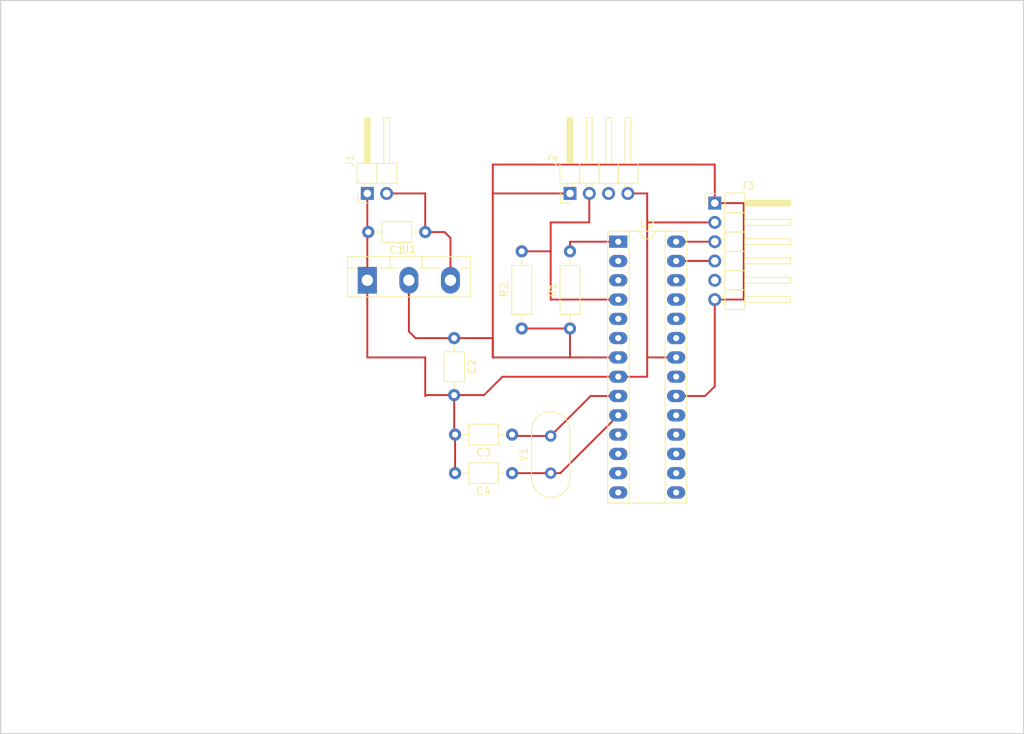
<source format=kicad_pcb>
(kicad_pcb (version 4) (host pcbnew 4.0.6)

  (general
    (links 28)
    (no_connects 0)
    (area 82.474999 38.024999 217.245001 134.695001)
    (thickness 1.6)
    (drawings 5)
    (tracks 66)
    (zones 0)
    (modules 12)
    (nets 30)
  )

  (page A4)
  (layers
    (0 F.Cu signal)
    (31 B.Cu signal)
    (32 B.Adhes user)
    (33 F.Adhes user)
    (34 B.Paste user)
    (35 F.Paste user)
    (36 B.SilkS user)
    (37 F.SilkS user)
    (38 B.Mask user)
    (39 F.Mask user)
    (40 Dwgs.User user)
    (41 Cmts.User user)
    (42 Eco1.User user)
    (43 Eco2.User user)
    (44 Edge.Cuts user)
    (45 Margin user)
    (46 B.CrtYd user)
    (47 F.CrtYd user)
    (48 B.Fab user)
    (49 F.Fab user)
  )

  (setup
    (last_trace_width 0.25)
    (trace_clearance 0.2)
    (zone_clearance 0.508)
    (zone_45_only no)
    (trace_min 0.2)
    (segment_width 0.2)
    (edge_width 0.15)
    (via_size 0.6)
    (via_drill 0.4)
    (via_min_size 0.4)
    (via_min_drill 0.3)
    (uvia_size 0.3)
    (uvia_drill 0.1)
    (uvias_allowed no)
    (uvia_min_size 0.2)
    (uvia_min_drill 0.1)
    (pcb_text_width 0.3)
    (pcb_text_size 1.5 1.5)
    (mod_edge_width 0.15)
    (mod_text_size 1 1)
    (mod_text_width 0.15)
    (pad_size 1.524 1.524)
    (pad_drill 0.762)
    (pad_to_mask_clearance 0.2)
    (aux_axis_origin 0 0)
    (visible_elements 7FFFFFFF)
    (pcbplotparams
      (layerselection 0x00030_80000001)
      (usegerberextensions false)
      (excludeedgelayer true)
      (linewidth 0.100000)
      (plotframeref false)
      (viasonmask false)
      (mode 1)
      (useauxorigin false)
      (hpglpennumber 1)
      (hpglpenspeed 20)
      (hpglpendiameter 15)
      (hpglpenoverlay 2)
      (psnegative false)
      (psa4output false)
      (plotreference true)
      (plotvalue true)
      (plotinvisibletext false)
      (padsonsilk false)
      (subtractmaskfromsilk false)
      (outputformat 1)
      (mirror false)
      (drillshape 1)
      (scaleselection 1)
      (outputdirectory ""))
  )

  (net 0 "")
  (net 1 "Net-(C1-Pad1)")
  (net 2 "Net-(C1-Pad2)")
  (net 3 "Net-(C2-Pad1)")
  (net 4 "Net-(C3-Pad1)")
  (net 5 "Net-(C4-Pad1)")
  (net 6 "Net-(J2-Pad2)")
  (net 7 "Net-(J2-Pad3)")
  (net 8 "Net-(J3-Pad3)")
  (net 9 "Net-(J3-Pad4)")
  (net 10 "Net-(J3-Pad5)")
  (net 11 "Net-(U2-Pad15)")
  (net 12 "Net-(U2-Pad2)")
  (net 13 "Net-(U2-Pad16)")
  (net 14 "Net-(U2-Pad3)")
  (net 15 "Net-(U2-Pad5)")
  (net 16 "Net-(U2-Pad6)")
  (net 17 "Net-(U2-Pad21)")
  (net 18 "Net-(U2-Pad23)")
  (net 19 "Net-(U2-Pad24)")
  (net 20 "Net-(U2-Pad11)")
  (net 21 "Net-(U2-Pad25)")
  (net 22 "Net-(U2-Pad12)")
  (net 23 "Net-(U2-Pad26)")
  (net 24 "Net-(U2-Pad13)")
  (net 25 "Net-(U2-Pad14)")
  (net 26 "Net-(R1-Pad2)")
  (net 27 "Net-(U2-Pad17)")
  (net 28 "Net-(U2-Pad18)")
  (net 29 "Net-(U2-Pad19)")

  (net_class Default "To jest domyślna klasa połączeń."
    (clearance 0.2)
    (trace_width 0.25)
    (via_dia 0.6)
    (via_drill 0.4)
    (uvia_dia 0.3)
    (uvia_drill 0.1)
    (add_net "Net-(C1-Pad1)")
    (add_net "Net-(C1-Pad2)")
    (add_net "Net-(C2-Pad1)")
    (add_net "Net-(C3-Pad1)")
    (add_net "Net-(C4-Pad1)")
    (add_net "Net-(J2-Pad2)")
    (add_net "Net-(J2-Pad3)")
    (add_net "Net-(J3-Pad3)")
    (add_net "Net-(J3-Pad4)")
    (add_net "Net-(J3-Pad5)")
    (add_net "Net-(R1-Pad2)")
    (add_net "Net-(U2-Pad11)")
    (add_net "Net-(U2-Pad12)")
    (add_net "Net-(U2-Pad13)")
    (add_net "Net-(U2-Pad14)")
    (add_net "Net-(U2-Pad15)")
    (add_net "Net-(U2-Pad16)")
    (add_net "Net-(U2-Pad17)")
    (add_net "Net-(U2-Pad18)")
    (add_net "Net-(U2-Pad19)")
    (add_net "Net-(U2-Pad2)")
    (add_net "Net-(U2-Pad21)")
    (add_net "Net-(U2-Pad23)")
    (add_net "Net-(U2-Pad24)")
    (add_net "Net-(U2-Pad25)")
    (add_net "Net-(U2-Pad26)")
    (add_net "Net-(U2-Pad3)")
    (add_net "Net-(U2-Pad5)")
    (add_net "Net-(U2-Pad6)")
  )

  (module Capacitors_THT:C_Axial_L3.8mm_D2.6mm_P7.50mm_Horizontal placed (layer F.Cu) (tedit 5920C254) (tstamp 5927FC7D)
    (at 138.43 68.58 180)
    (descr "C, Axial series, Axial, Horizontal, pin pitch=7.5mm, , length*diameter=3.8*2.6mm^2, http://www.vishay.com/docs/45231/arseries.pdf")
    (tags "C Axial series Axial Horizontal pin pitch 7.5mm  length 3.8mm diameter 2.6mm")
    (path /5927F265)
    (fp_text reference C1 (at 3.75 -2.36 180) (layer F.SilkS)
      (effects (font (size 1 1) (thickness 0.15)))
    )
    (fp_text value 100nF (at 3.75 2.36 180) (layer F.Fab)
      (effects (font (size 1 1) (thickness 0.15)))
    )
    (fp_text user %R (at 3.75 0 180) (layer F.Fab)
      (effects (font (size 1 1) (thickness 0.15)))
    )
    (fp_line (start 1.85 -1.3) (end 1.85 1.3) (layer F.Fab) (width 0.1))
    (fp_line (start 1.85 1.3) (end 5.65 1.3) (layer F.Fab) (width 0.1))
    (fp_line (start 5.65 1.3) (end 5.65 -1.3) (layer F.Fab) (width 0.1))
    (fp_line (start 5.65 -1.3) (end 1.85 -1.3) (layer F.Fab) (width 0.1))
    (fp_line (start 0 0) (end 1.85 0) (layer F.Fab) (width 0.1))
    (fp_line (start 7.5 0) (end 5.65 0) (layer F.Fab) (width 0.1))
    (fp_line (start 1.79 -1.36) (end 1.79 1.36) (layer F.SilkS) (width 0.12))
    (fp_line (start 1.79 1.36) (end 5.71 1.36) (layer F.SilkS) (width 0.12))
    (fp_line (start 5.71 1.36) (end 5.71 -1.36) (layer F.SilkS) (width 0.12))
    (fp_line (start 5.71 -1.36) (end 1.79 -1.36) (layer F.SilkS) (width 0.12))
    (fp_line (start 0.98 0) (end 1.79 0) (layer F.SilkS) (width 0.12))
    (fp_line (start 6.52 0) (end 5.71 0) (layer F.SilkS) (width 0.12))
    (fp_line (start -1.05 -1.65) (end -1.05 1.65) (layer F.CrtYd) (width 0.05))
    (fp_line (start -1.05 1.65) (end 8.55 1.65) (layer F.CrtYd) (width 0.05))
    (fp_line (start 8.55 1.65) (end 8.55 -1.65) (layer F.CrtYd) (width 0.05))
    (fp_line (start 8.55 -1.65) (end -1.05 -1.65) (layer F.CrtYd) (width 0.05))
    (pad 1 thru_hole circle (at 0 0 180) (size 1.6 1.6) (drill 0.8) (layers *.Cu *.Mask)
      (net 1 "Net-(C1-Pad1)"))
    (pad 2 thru_hole oval (at 7.5 0 180) (size 1.6 1.6) (drill 0.8) (layers *.Cu *.Mask)
      (net 2 "Net-(C1-Pad2)"))
    (model ${KISYS3DMOD}/Capacitors_THT.3dshapes/C_Axial_L3.8mm_D2.6mm_P7.50mm_Horizontal.wrl
      (at (xyz 0 0 0))
      (scale (xyz 0.393701 0.393701 0.393701))
      (rotate (xyz 0 0 0))
    )
  )

  (module Capacitors_THT:C_Axial_L3.8mm_D2.6mm_P7.50mm_Horizontal placed (layer F.Cu) (tedit 5920C254) (tstamp 5927FC94)
    (at 142.24 82.55 270)
    (descr "C, Axial series, Axial, Horizontal, pin pitch=7.5mm, , length*diameter=3.8*2.6mm^2, http://www.vishay.com/docs/45231/arseries.pdf")
    (tags "C Axial series Axial Horizontal pin pitch 7.5mm  length 3.8mm diameter 2.6mm")
    (path /5927F2BE)
    (fp_text reference C2 (at 3.75 -2.36 270) (layer F.SilkS)
      (effects (font (size 1 1) (thickness 0.15)))
    )
    (fp_text value 10uF (at 3.75 2.36 270) (layer F.Fab)
      (effects (font (size 1 1) (thickness 0.15)))
    )
    (fp_text user %R (at 3.75 0 270) (layer F.Fab)
      (effects (font (size 1 1) (thickness 0.15)))
    )
    (fp_line (start 1.85 -1.3) (end 1.85 1.3) (layer F.Fab) (width 0.1))
    (fp_line (start 1.85 1.3) (end 5.65 1.3) (layer F.Fab) (width 0.1))
    (fp_line (start 5.65 1.3) (end 5.65 -1.3) (layer F.Fab) (width 0.1))
    (fp_line (start 5.65 -1.3) (end 1.85 -1.3) (layer F.Fab) (width 0.1))
    (fp_line (start 0 0) (end 1.85 0) (layer F.Fab) (width 0.1))
    (fp_line (start 7.5 0) (end 5.65 0) (layer F.Fab) (width 0.1))
    (fp_line (start 1.79 -1.36) (end 1.79 1.36) (layer F.SilkS) (width 0.12))
    (fp_line (start 1.79 1.36) (end 5.71 1.36) (layer F.SilkS) (width 0.12))
    (fp_line (start 5.71 1.36) (end 5.71 -1.36) (layer F.SilkS) (width 0.12))
    (fp_line (start 5.71 -1.36) (end 1.79 -1.36) (layer F.SilkS) (width 0.12))
    (fp_line (start 0.98 0) (end 1.79 0) (layer F.SilkS) (width 0.12))
    (fp_line (start 6.52 0) (end 5.71 0) (layer F.SilkS) (width 0.12))
    (fp_line (start -1.05 -1.65) (end -1.05 1.65) (layer F.CrtYd) (width 0.05))
    (fp_line (start -1.05 1.65) (end 8.55 1.65) (layer F.CrtYd) (width 0.05))
    (fp_line (start 8.55 1.65) (end 8.55 -1.65) (layer F.CrtYd) (width 0.05))
    (fp_line (start 8.55 -1.65) (end -1.05 -1.65) (layer F.CrtYd) (width 0.05))
    (pad 1 thru_hole circle (at 0 0 270) (size 1.6 1.6) (drill 0.8) (layers *.Cu *.Mask)
      (net 3 "Net-(C2-Pad1)"))
    (pad 2 thru_hole oval (at 7.5 0 270) (size 1.6 1.6) (drill 0.8) (layers *.Cu *.Mask)
      (net 2 "Net-(C1-Pad2)"))
    (model ${KISYS3DMOD}/Capacitors_THT.3dshapes/C_Axial_L3.8mm_D2.6mm_P7.50mm_Horizontal.wrl
      (at (xyz 0 0 0))
      (scale (xyz 0.393701 0.393701 0.393701))
      (rotate (xyz 0 0 0))
    )
  )

  (module Capacitors_THT:C_Axial_L3.8mm_D2.6mm_P7.50mm_Horizontal locked placed (layer F.Cu) (tedit 5920C254) (tstamp 5927FCAB)
    (at 149.86 95.25 180)
    (descr "C, Axial series, Axial, Horizontal, pin pitch=7.5mm, , length*diameter=3.8*2.6mm^2, http://www.vishay.com/docs/45231/arseries.pdf")
    (tags "C Axial series Axial Horizontal pin pitch 7.5mm  length 3.8mm diameter 2.6mm")
    (path /5927FE02)
    (fp_text reference C3 (at 3.75 -2.36 180) (layer F.SilkS)
      (effects (font (size 1 1) (thickness 0.15)))
    )
    (fp_text value 10nF (at 3.75 2.36 180) (layer F.Fab)
      (effects (font (size 1 1) (thickness 0.15)))
    )
    (fp_text user %R (at 3.75 0 180) (layer F.Fab)
      (effects (font (size 1 1) (thickness 0.15)))
    )
    (fp_line (start 1.85 -1.3) (end 1.85 1.3) (layer F.Fab) (width 0.1))
    (fp_line (start 1.85 1.3) (end 5.65 1.3) (layer F.Fab) (width 0.1))
    (fp_line (start 5.65 1.3) (end 5.65 -1.3) (layer F.Fab) (width 0.1))
    (fp_line (start 5.65 -1.3) (end 1.85 -1.3) (layer F.Fab) (width 0.1))
    (fp_line (start 0 0) (end 1.85 0) (layer F.Fab) (width 0.1))
    (fp_line (start 7.5 0) (end 5.65 0) (layer F.Fab) (width 0.1))
    (fp_line (start 1.79 -1.36) (end 1.79 1.36) (layer F.SilkS) (width 0.12))
    (fp_line (start 1.79 1.36) (end 5.71 1.36) (layer F.SilkS) (width 0.12))
    (fp_line (start 5.71 1.36) (end 5.71 -1.36) (layer F.SilkS) (width 0.12))
    (fp_line (start 5.71 -1.36) (end 1.79 -1.36) (layer F.SilkS) (width 0.12))
    (fp_line (start 0.98 0) (end 1.79 0) (layer F.SilkS) (width 0.12))
    (fp_line (start 6.52 0) (end 5.71 0) (layer F.SilkS) (width 0.12))
    (fp_line (start -1.05 -1.65) (end -1.05 1.65) (layer F.CrtYd) (width 0.05))
    (fp_line (start -1.05 1.65) (end 8.55 1.65) (layer F.CrtYd) (width 0.05))
    (fp_line (start 8.55 1.65) (end 8.55 -1.65) (layer F.CrtYd) (width 0.05))
    (fp_line (start 8.55 -1.65) (end -1.05 -1.65) (layer F.CrtYd) (width 0.05))
    (pad 1 thru_hole circle (at 0 0 180) (size 1.6 1.6) (drill 0.8) (layers *.Cu *.Mask)
      (net 4 "Net-(C3-Pad1)"))
    (pad 2 thru_hole oval (at 7.5 0 180) (size 1.6 1.6) (drill 0.8) (layers *.Cu *.Mask)
      (net 2 "Net-(C1-Pad2)"))
    (model ${KISYS3DMOD}/Capacitors_THT.3dshapes/C_Axial_L3.8mm_D2.6mm_P7.50mm_Horizontal.wrl
      (at (xyz 0 0 0))
      (scale (xyz 0.393701 0.393701 0.393701))
      (rotate (xyz 0 0 0))
    )
  )

  (module Capacitors_THT:C_Axial_L3.8mm_D2.6mm_P7.50mm_Horizontal locked placed (layer F.Cu) (tedit 5920C254) (tstamp 5927FCC2)
    (at 149.86 100.33 180)
    (descr "C, Axial series, Axial, Horizontal, pin pitch=7.5mm, , length*diameter=3.8*2.6mm^2, http://www.vishay.com/docs/45231/arseries.pdf")
    (tags "C Axial series Axial Horizontal pin pitch 7.5mm  length 3.8mm diameter 2.6mm")
    (path /5927FE51)
    (fp_text reference C4 (at 3.75 -2.36 180) (layer F.SilkS)
      (effects (font (size 1 1) (thickness 0.15)))
    )
    (fp_text value 10nF (at 3.75 2.36 180) (layer F.Fab)
      (effects (font (size 1 1) (thickness 0.15)))
    )
    (fp_text user %R (at 3.75 0 180) (layer F.Fab)
      (effects (font (size 1 1) (thickness 0.15)))
    )
    (fp_line (start 1.85 -1.3) (end 1.85 1.3) (layer F.Fab) (width 0.1))
    (fp_line (start 1.85 1.3) (end 5.65 1.3) (layer F.Fab) (width 0.1))
    (fp_line (start 5.65 1.3) (end 5.65 -1.3) (layer F.Fab) (width 0.1))
    (fp_line (start 5.65 -1.3) (end 1.85 -1.3) (layer F.Fab) (width 0.1))
    (fp_line (start 0 0) (end 1.85 0) (layer F.Fab) (width 0.1))
    (fp_line (start 7.5 0) (end 5.65 0) (layer F.Fab) (width 0.1))
    (fp_line (start 1.79 -1.36) (end 1.79 1.36) (layer F.SilkS) (width 0.12))
    (fp_line (start 1.79 1.36) (end 5.71 1.36) (layer F.SilkS) (width 0.12))
    (fp_line (start 5.71 1.36) (end 5.71 -1.36) (layer F.SilkS) (width 0.12))
    (fp_line (start 5.71 -1.36) (end 1.79 -1.36) (layer F.SilkS) (width 0.12))
    (fp_line (start 0.98 0) (end 1.79 0) (layer F.SilkS) (width 0.12))
    (fp_line (start 6.52 0) (end 5.71 0) (layer F.SilkS) (width 0.12))
    (fp_line (start -1.05 -1.65) (end -1.05 1.65) (layer F.CrtYd) (width 0.05))
    (fp_line (start -1.05 1.65) (end 8.55 1.65) (layer F.CrtYd) (width 0.05))
    (fp_line (start 8.55 1.65) (end 8.55 -1.65) (layer F.CrtYd) (width 0.05))
    (fp_line (start 8.55 -1.65) (end -1.05 -1.65) (layer F.CrtYd) (width 0.05))
    (pad 1 thru_hole circle (at 0 0 180) (size 1.6 1.6) (drill 0.8) (layers *.Cu *.Mask)
      (net 5 "Net-(C4-Pad1)"))
    (pad 2 thru_hole oval (at 7.5 0 180) (size 1.6 1.6) (drill 0.8) (layers *.Cu *.Mask)
      (net 2 "Net-(C1-Pad2)"))
    (model ${KISYS3DMOD}/Capacitors_THT.3dshapes/C_Axial_L3.8mm_D2.6mm_P7.50mm_Horizontal.wrl
      (at (xyz 0 0 0))
      (scale (xyz 0.393701 0.393701 0.393701))
      (rotate (xyz 0 0 0))
    )
  )

  (module Pin_Headers:Pin_Header_Angled_1x02_Pitch2.54mm placed (layer F.Cu) (tedit 58CD4EC1) (tstamp 5927FCF9)
    (at 130.81 63.5 90)
    (descr "Through hole angled pin header, 1x02, 2.54mm pitch, 6mm pin length, single row")
    (tags "Through hole angled pin header THT 1x02 2.54mm single row")
    (path /5927ECBD)
    (fp_text reference J1 (at 4.315 -2.27 90) (layer F.SilkS)
      (effects (font (size 1 1) (thickness 0.15)))
    )
    (fp_text value "Zlacze baterii" (at 4.315 4.81 90) (layer F.Fab)
      (effects (font (size 1 1) (thickness 0.15)))
    )
    (fp_line (start 1.4 -1.27) (end 1.4 1.27) (layer F.Fab) (width 0.1))
    (fp_line (start 1.4 1.27) (end 3.9 1.27) (layer F.Fab) (width 0.1))
    (fp_line (start 3.9 1.27) (end 3.9 -1.27) (layer F.Fab) (width 0.1))
    (fp_line (start 3.9 -1.27) (end 1.4 -1.27) (layer F.Fab) (width 0.1))
    (fp_line (start 0 -0.32) (end 0 0.32) (layer F.Fab) (width 0.1))
    (fp_line (start 0 0.32) (end 9.9 0.32) (layer F.Fab) (width 0.1))
    (fp_line (start 9.9 0.32) (end 9.9 -0.32) (layer F.Fab) (width 0.1))
    (fp_line (start 9.9 -0.32) (end 0 -0.32) (layer F.Fab) (width 0.1))
    (fp_line (start 1.4 1.27) (end 1.4 3.81) (layer F.Fab) (width 0.1))
    (fp_line (start 1.4 3.81) (end 3.9 3.81) (layer F.Fab) (width 0.1))
    (fp_line (start 3.9 3.81) (end 3.9 1.27) (layer F.Fab) (width 0.1))
    (fp_line (start 3.9 1.27) (end 1.4 1.27) (layer F.Fab) (width 0.1))
    (fp_line (start 0 2.22) (end 0 2.86) (layer F.Fab) (width 0.1))
    (fp_line (start 0 2.86) (end 9.9 2.86) (layer F.Fab) (width 0.1))
    (fp_line (start 9.9 2.86) (end 9.9 2.22) (layer F.Fab) (width 0.1))
    (fp_line (start 9.9 2.22) (end 0 2.22) (layer F.Fab) (width 0.1))
    (fp_line (start 1.34 -1.33) (end 1.34 1.27) (layer F.SilkS) (width 0.12))
    (fp_line (start 1.34 1.27) (end 3.96 1.27) (layer F.SilkS) (width 0.12))
    (fp_line (start 3.96 1.27) (end 3.96 -1.33) (layer F.SilkS) (width 0.12))
    (fp_line (start 3.96 -1.33) (end 1.34 -1.33) (layer F.SilkS) (width 0.12))
    (fp_line (start 3.96 -0.38) (end 3.96 0.38) (layer F.SilkS) (width 0.12))
    (fp_line (start 3.96 0.38) (end 9.96 0.38) (layer F.SilkS) (width 0.12))
    (fp_line (start 9.96 0.38) (end 9.96 -0.38) (layer F.SilkS) (width 0.12))
    (fp_line (start 9.96 -0.38) (end 3.96 -0.38) (layer F.SilkS) (width 0.12))
    (fp_line (start 0.91 -0.38) (end 1.34 -0.38) (layer F.SilkS) (width 0.12))
    (fp_line (start 0.91 0.38) (end 1.34 0.38) (layer F.SilkS) (width 0.12))
    (fp_line (start 3.96 -0.26) (end 9.96 -0.26) (layer F.SilkS) (width 0.12))
    (fp_line (start 3.96 -0.14) (end 9.96 -0.14) (layer F.SilkS) (width 0.12))
    (fp_line (start 3.96 -0.02) (end 9.96 -0.02) (layer F.SilkS) (width 0.12))
    (fp_line (start 3.96 0.1) (end 9.96 0.1) (layer F.SilkS) (width 0.12))
    (fp_line (start 3.96 0.22) (end 9.96 0.22) (layer F.SilkS) (width 0.12))
    (fp_line (start 3.96 0.34) (end 9.96 0.34) (layer F.SilkS) (width 0.12))
    (fp_line (start 1.34 1.27) (end 1.34 3.87) (layer F.SilkS) (width 0.12))
    (fp_line (start 1.34 3.87) (end 3.96 3.87) (layer F.SilkS) (width 0.12))
    (fp_line (start 3.96 3.87) (end 3.96 1.27) (layer F.SilkS) (width 0.12))
    (fp_line (start 3.96 1.27) (end 1.34 1.27) (layer F.SilkS) (width 0.12))
    (fp_line (start 3.96 2.16) (end 3.96 2.92) (layer F.SilkS) (width 0.12))
    (fp_line (start 3.96 2.92) (end 9.96 2.92) (layer F.SilkS) (width 0.12))
    (fp_line (start 9.96 2.92) (end 9.96 2.16) (layer F.SilkS) (width 0.12))
    (fp_line (start 9.96 2.16) (end 3.96 2.16) (layer F.SilkS) (width 0.12))
    (fp_line (start 0.91 2.16) (end 1.34 2.16) (layer F.SilkS) (width 0.12))
    (fp_line (start 0.91 2.92) (end 1.34 2.92) (layer F.SilkS) (width 0.12))
    (fp_line (start -1.27 0) (end -1.27 -1.27) (layer F.SilkS) (width 0.12))
    (fp_line (start -1.27 -1.27) (end 0 -1.27) (layer F.SilkS) (width 0.12))
    (fp_line (start -1.8 -1.8) (end -1.8 4.35) (layer F.CrtYd) (width 0.05))
    (fp_line (start -1.8 4.35) (end 10.4 4.35) (layer F.CrtYd) (width 0.05))
    (fp_line (start 10.4 4.35) (end 10.4 -1.8) (layer F.CrtYd) (width 0.05))
    (fp_line (start 10.4 -1.8) (end -1.8 -1.8) (layer F.CrtYd) (width 0.05))
    (fp_text user %R (at 4.315 -2.27 90) (layer F.Fab)
      (effects (font (size 1 1) (thickness 0.15)))
    )
    (pad 1 thru_hole rect (at 0 0 90) (size 1.7 1.7) (drill 1) (layers *.Cu *.Mask)
      (net 2 "Net-(C1-Pad2)"))
    (pad 2 thru_hole oval (at 0 2.54 90) (size 1.7 1.7) (drill 1) (layers *.Cu *.Mask)
      (net 1 "Net-(C1-Pad1)"))
    (model ${KISYS3DMOD}/Pin_Headers.3dshapes/Pin_Header_Angled_1x02_Pitch2.54mm.wrl
      (at (xyz 0 -0.05 0))
      (scale (xyz 1 1 1))
      (rotate (xyz 0 0 90))
    )
  )

  (module Pin_Headers:Pin_Header_Angled_1x04_Pitch2.54mm placed (layer F.Cu) (tedit 58CD4EC1) (tstamp 5927FD56)
    (at 157.48 63.5 90)
    (descr "Through hole angled pin header, 1x04, 2.54mm pitch, 6mm pin length, single row")
    (tags "Through hole angled pin header THT 1x04 2.54mm single row")
    (path /59280AC2)
    (fp_text reference J2 (at 4.315 -2.27 90) (layer F.SilkS)
      (effects (font (size 1 1) (thickness 0.15)))
    )
    (fp_text value DHT11 (at 4.315 9.89 90) (layer F.Fab)
      (effects (font (size 1 1) (thickness 0.15)))
    )
    (fp_line (start 1.4 -1.27) (end 1.4 1.27) (layer F.Fab) (width 0.1))
    (fp_line (start 1.4 1.27) (end 3.9 1.27) (layer F.Fab) (width 0.1))
    (fp_line (start 3.9 1.27) (end 3.9 -1.27) (layer F.Fab) (width 0.1))
    (fp_line (start 3.9 -1.27) (end 1.4 -1.27) (layer F.Fab) (width 0.1))
    (fp_line (start 0 -0.32) (end 0 0.32) (layer F.Fab) (width 0.1))
    (fp_line (start 0 0.32) (end 9.9 0.32) (layer F.Fab) (width 0.1))
    (fp_line (start 9.9 0.32) (end 9.9 -0.32) (layer F.Fab) (width 0.1))
    (fp_line (start 9.9 -0.32) (end 0 -0.32) (layer F.Fab) (width 0.1))
    (fp_line (start 1.4 1.27) (end 1.4 3.81) (layer F.Fab) (width 0.1))
    (fp_line (start 1.4 3.81) (end 3.9 3.81) (layer F.Fab) (width 0.1))
    (fp_line (start 3.9 3.81) (end 3.9 1.27) (layer F.Fab) (width 0.1))
    (fp_line (start 3.9 1.27) (end 1.4 1.27) (layer F.Fab) (width 0.1))
    (fp_line (start 0 2.22) (end 0 2.86) (layer F.Fab) (width 0.1))
    (fp_line (start 0 2.86) (end 9.9 2.86) (layer F.Fab) (width 0.1))
    (fp_line (start 9.9 2.86) (end 9.9 2.22) (layer F.Fab) (width 0.1))
    (fp_line (start 9.9 2.22) (end 0 2.22) (layer F.Fab) (width 0.1))
    (fp_line (start 1.4 3.81) (end 1.4 6.35) (layer F.Fab) (width 0.1))
    (fp_line (start 1.4 6.35) (end 3.9 6.35) (layer F.Fab) (width 0.1))
    (fp_line (start 3.9 6.35) (end 3.9 3.81) (layer F.Fab) (width 0.1))
    (fp_line (start 3.9 3.81) (end 1.4 3.81) (layer F.Fab) (width 0.1))
    (fp_line (start 0 4.76) (end 0 5.4) (layer F.Fab) (width 0.1))
    (fp_line (start 0 5.4) (end 9.9 5.4) (layer F.Fab) (width 0.1))
    (fp_line (start 9.9 5.4) (end 9.9 4.76) (layer F.Fab) (width 0.1))
    (fp_line (start 9.9 4.76) (end 0 4.76) (layer F.Fab) (width 0.1))
    (fp_line (start 1.4 6.35) (end 1.4 8.89) (layer F.Fab) (width 0.1))
    (fp_line (start 1.4 8.89) (end 3.9 8.89) (layer F.Fab) (width 0.1))
    (fp_line (start 3.9 8.89) (end 3.9 6.35) (layer F.Fab) (width 0.1))
    (fp_line (start 3.9 6.35) (end 1.4 6.35) (layer F.Fab) (width 0.1))
    (fp_line (start 0 7.3) (end 0 7.94) (layer F.Fab) (width 0.1))
    (fp_line (start 0 7.94) (end 9.9 7.94) (layer F.Fab) (width 0.1))
    (fp_line (start 9.9 7.94) (end 9.9 7.3) (layer F.Fab) (width 0.1))
    (fp_line (start 9.9 7.3) (end 0 7.3) (layer F.Fab) (width 0.1))
    (fp_line (start 1.34 -1.33) (end 1.34 1.27) (layer F.SilkS) (width 0.12))
    (fp_line (start 1.34 1.27) (end 3.96 1.27) (layer F.SilkS) (width 0.12))
    (fp_line (start 3.96 1.27) (end 3.96 -1.33) (layer F.SilkS) (width 0.12))
    (fp_line (start 3.96 -1.33) (end 1.34 -1.33) (layer F.SilkS) (width 0.12))
    (fp_line (start 3.96 -0.38) (end 3.96 0.38) (layer F.SilkS) (width 0.12))
    (fp_line (start 3.96 0.38) (end 9.96 0.38) (layer F.SilkS) (width 0.12))
    (fp_line (start 9.96 0.38) (end 9.96 -0.38) (layer F.SilkS) (width 0.12))
    (fp_line (start 9.96 -0.38) (end 3.96 -0.38) (layer F.SilkS) (width 0.12))
    (fp_line (start 0.91 -0.38) (end 1.34 -0.38) (layer F.SilkS) (width 0.12))
    (fp_line (start 0.91 0.38) (end 1.34 0.38) (layer F.SilkS) (width 0.12))
    (fp_line (start 3.96 -0.26) (end 9.96 -0.26) (layer F.SilkS) (width 0.12))
    (fp_line (start 3.96 -0.14) (end 9.96 -0.14) (layer F.SilkS) (width 0.12))
    (fp_line (start 3.96 -0.02) (end 9.96 -0.02) (layer F.SilkS) (width 0.12))
    (fp_line (start 3.96 0.1) (end 9.96 0.1) (layer F.SilkS) (width 0.12))
    (fp_line (start 3.96 0.22) (end 9.96 0.22) (layer F.SilkS) (width 0.12))
    (fp_line (start 3.96 0.34) (end 9.96 0.34) (layer F.SilkS) (width 0.12))
    (fp_line (start 1.34 1.27) (end 1.34 3.81) (layer F.SilkS) (width 0.12))
    (fp_line (start 1.34 3.81) (end 3.96 3.81) (layer F.SilkS) (width 0.12))
    (fp_line (start 3.96 3.81) (end 3.96 1.27) (layer F.SilkS) (width 0.12))
    (fp_line (start 3.96 1.27) (end 1.34 1.27) (layer F.SilkS) (width 0.12))
    (fp_line (start 3.96 2.16) (end 3.96 2.92) (layer F.SilkS) (width 0.12))
    (fp_line (start 3.96 2.92) (end 9.96 2.92) (layer F.SilkS) (width 0.12))
    (fp_line (start 9.96 2.92) (end 9.96 2.16) (layer F.SilkS) (width 0.12))
    (fp_line (start 9.96 2.16) (end 3.96 2.16) (layer F.SilkS) (width 0.12))
    (fp_line (start 0.91 2.16) (end 1.34 2.16) (layer F.SilkS) (width 0.12))
    (fp_line (start 0.91 2.92) (end 1.34 2.92) (layer F.SilkS) (width 0.12))
    (fp_line (start 1.34 3.81) (end 1.34 6.35) (layer F.SilkS) (width 0.12))
    (fp_line (start 1.34 6.35) (end 3.96 6.35) (layer F.SilkS) (width 0.12))
    (fp_line (start 3.96 6.35) (end 3.96 3.81) (layer F.SilkS) (width 0.12))
    (fp_line (start 3.96 3.81) (end 1.34 3.81) (layer F.SilkS) (width 0.12))
    (fp_line (start 3.96 4.7) (end 3.96 5.46) (layer F.SilkS) (width 0.12))
    (fp_line (start 3.96 5.46) (end 9.96 5.46) (layer F.SilkS) (width 0.12))
    (fp_line (start 9.96 5.46) (end 9.96 4.7) (layer F.SilkS) (width 0.12))
    (fp_line (start 9.96 4.7) (end 3.96 4.7) (layer F.SilkS) (width 0.12))
    (fp_line (start 0.91 4.7) (end 1.34 4.7) (layer F.SilkS) (width 0.12))
    (fp_line (start 0.91 5.46) (end 1.34 5.46) (layer F.SilkS) (width 0.12))
    (fp_line (start 1.34 6.35) (end 1.34 8.95) (layer F.SilkS) (width 0.12))
    (fp_line (start 1.34 8.95) (end 3.96 8.95) (layer F.SilkS) (width 0.12))
    (fp_line (start 3.96 8.95) (end 3.96 6.35) (layer F.SilkS) (width 0.12))
    (fp_line (start 3.96 6.35) (end 1.34 6.35) (layer F.SilkS) (width 0.12))
    (fp_line (start 3.96 7.24) (end 3.96 8) (layer F.SilkS) (width 0.12))
    (fp_line (start 3.96 8) (end 9.96 8) (layer F.SilkS) (width 0.12))
    (fp_line (start 9.96 8) (end 9.96 7.24) (layer F.SilkS) (width 0.12))
    (fp_line (start 9.96 7.24) (end 3.96 7.24) (layer F.SilkS) (width 0.12))
    (fp_line (start 0.91 7.24) (end 1.34 7.24) (layer F.SilkS) (width 0.12))
    (fp_line (start 0.91 8) (end 1.34 8) (layer F.SilkS) (width 0.12))
    (fp_line (start -1.27 0) (end -1.27 -1.27) (layer F.SilkS) (width 0.12))
    (fp_line (start -1.27 -1.27) (end 0 -1.27) (layer F.SilkS) (width 0.12))
    (fp_line (start -1.8 -1.8) (end -1.8 9.4) (layer F.CrtYd) (width 0.05))
    (fp_line (start -1.8 9.4) (end 10.4 9.4) (layer F.CrtYd) (width 0.05))
    (fp_line (start 10.4 9.4) (end 10.4 -1.8) (layer F.CrtYd) (width 0.05))
    (fp_line (start 10.4 -1.8) (end -1.8 -1.8) (layer F.CrtYd) (width 0.05))
    (fp_text user %R (at 4.315 -2.27 90) (layer F.Fab)
      (effects (font (size 1 1) (thickness 0.15)))
    )
    (pad 1 thru_hole rect (at 0 0 90) (size 1.7 1.7) (drill 1) (layers *.Cu *.Mask)
      (net 3 "Net-(C2-Pad1)"))
    (pad 2 thru_hole oval (at 0 2.54 90) (size 1.7 1.7) (drill 1) (layers *.Cu *.Mask)
      (net 6 "Net-(J2-Pad2)"))
    (pad 3 thru_hole oval (at 0 5.08 90) (size 1.7 1.7) (drill 1) (layers *.Cu *.Mask)
      (net 7 "Net-(J2-Pad3)"))
    (pad 4 thru_hole oval (at 0 7.62 90) (size 1.7 1.7) (drill 1) (layers *.Cu *.Mask)
      (net 2 "Net-(C1-Pad2)"))
    (model ${KISYS3DMOD}/Pin_Headers.3dshapes/Pin_Header_Angled_1x04_Pitch2.54mm.wrl
      (at (xyz 0 -0.15 0))
      (scale (xyz 1 1 1))
      (rotate (xyz 0 0 90))
    )
  )

  (module Pin_Headers:Pin_Header_Angled_1x06_Pitch2.54mm placed (layer F.Cu) (tedit 58CD4EC1) (tstamp 5927FDD9)
    (at 176.53 64.77)
    (descr "Through hole angled pin header, 1x06, 2.54mm pitch, 6mm pin length, single row")
    (tags "Through hole angled pin header THT 1x06 2.54mm single row")
    (path /5928090F)
    (fp_text reference J3 (at 4.315 -2.27) (layer F.SilkS)
      (effects (font (size 1 1) (thickness 0.15)))
    )
    (fp_text value BMP280 (at 4.315 14.97) (layer F.Fab)
      (effects (font (size 1 1) (thickness 0.15)))
    )
    (fp_line (start 1.4 -1.27) (end 1.4 1.27) (layer F.Fab) (width 0.1))
    (fp_line (start 1.4 1.27) (end 3.9 1.27) (layer F.Fab) (width 0.1))
    (fp_line (start 3.9 1.27) (end 3.9 -1.27) (layer F.Fab) (width 0.1))
    (fp_line (start 3.9 -1.27) (end 1.4 -1.27) (layer F.Fab) (width 0.1))
    (fp_line (start 0 -0.32) (end 0 0.32) (layer F.Fab) (width 0.1))
    (fp_line (start 0 0.32) (end 9.9 0.32) (layer F.Fab) (width 0.1))
    (fp_line (start 9.9 0.32) (end 9.9 -0.32) (layer F.Fab) (width 0.1))
    (fp_line (start 9.9 -0.32) (end 0 -0.32) (layer F.Fab) (width 0.1))
    (fp_line (start 1.4 1.27) (end 1.4 3.81) (layer F.Fab) (width 0.1))
    (fp_line (start 1.4 3.81) (end 3.9 3.81) (layer F.Fab) (width 0.1))
    (fp_line (start 3.9 3.81) (end 3.9 1.27) (layer F.Fab) (width 0.1))
    (fp_line (start 3.9 1.27) (end 1.4 1.27) (layer F.Fab) (width 0.1))
    (fp_line (start 0 2.22) (end 0 2.86) (layer F.Fab) (width 0.1))
    (fp_line (start 0 2.86) (end 9.9 2.86) (layer F.Fab) (width 0.1))
    (fp_line (start 9.9 2.86) (end 9.9 2.22) (layer F.Fab) (width 0.1))
    (fp_line (start 9.9 2.22) (end 0 2.22) (layer F.Fab) (width 0.1))
    (fp_line (start 1.4 3.81) (end 1.4 6.35) (layer F.Fab) (width 0.1))
    (fp_line (start 1.4 6.35) (end 3.9 6.35) (layer F.Fab) (width 0.1))
    (fp_line (start 3.9 6.35) (end 3.9 3.81) (layer F.Fab) (width 0.1))
    (fp_line (start 3.9 3.81) (end 1.4 3.81) (layer F.Fab) (width 0.1))
    (fp_line (start 0 4.76) (end 0 5.4) (layer F.Fab) (width 0.1))
    (fp_line (start 0 5.4) (end 9.9 5.4) (layer F.Fab) (width 0.1))
    (fp_line (start 9.9 5.4) (end 9.9 4.76) (layer F.Fab) (width 0.1))
    (fp_line (start 9.9 4.76) (end 0 4.76) (layer F.Fab) (width 0.1))
    (fp_line (start 1.4 6.35) (end 1.4 8.89) (layer F.Fab) (width 0.1))
    (fp_line (start 1.4 8.89) (end 3.9 8.89) (layer F.Fab) (width 0.1))
    (fp_line (start 3.9 8.89) (end 3.9 6.35) (layer F.Fab) (width 0.1))
    (fp_line (start 3.9 6.35) (end 1.4 6.35) (layer F.Fab) (width 0.1))
    (fp_line (start 0 7.3) (end 0 7.94) (layer F.Fab) (width 0.1))
    (fp_line (start 0 7.94) (end 9.9 7.94) (layer F.Fab) (width 0.1))
    (fp_line (start 9.9 7.94) (end 9.9 7.3) (layer F.Fab) (width 0.1))
    (fp_line (start 9.9 7.3) (end 0 7.3) (layer F.Fab) (width 0.1))
    (fp_line (start 1.4 8.89) (end 1.4 11.43) (layer F.Fab) (width 0.1))
    (fp_line (start 1.4 11.43) (end 3.9 11.43) (layer F.Fab) (width 0.1))
    (fp_line (start 3.9 11.43) (end 3.9 8.89) (layer F.Fab) (width 0.1))
    (fp_line (start 3.9 8.89) (end 1.4 8.89) (layer F.Fab) (width 0.1))
    (fp_line (start 0 9.84) (end 0 10.48) (layer F.Fab) (width 0.1))
    (fp_line (start 0 10.48) (end 9.9 10.48) (layer F.Fab) (width 0.1))
    (fp_line (start 9.9 10.48) (end 9.9 9.84) (layer F.Fab) (width 0.1))
    (fp_line (start 9.9 9.84) (end 0 9.84) (layer F.Fab) (width 0.1))
    (fp_line (start 1.4 11.43) (end 1.4 13.97) (layer F.Fab) (width 0.1))
    (fp_line (start 1.4 13.97) (end 3.9 13.97) (layer F.Fab) (width 0.1))
    (fp_line (start 3.9 13.97) (end 3.9 11.43) (layer F.Fab) (width 0.1))
    (fp_line (start 3.9 11.43) (end 1.4 11.43) (layer F.Fab) (width 0.1))
    (fp_line (start 0 12.38) (end 0 13.02) (layer F.Fab) (width 0.1))
    (fp_line (start 0 13.02) (end 9.9 13.02) (layer F.Fab) (width 0.1))
    (fp_line (start 9.9 13.02) (end 9.9 12.38) (layer F.Fab) (width 0.1))
    (fp_line (start 9.9 12.38) (end 0 12.38) (layer F.Fab) (width 0.1))
    (fp_line (start 1.34 -1.33) (end 1.34 1.27) (layer F.SilkS) (width 0.12))
    (fp_line (start 1.34 1.27) (end 3.96 1.27) (layer F.SilkS) (width 0.12))
    (fp_line (start 3.96 1.27) (end 3.96 -1.33) (layer F.SilkS) (width 0.12))
    (fp_line (start 3.96 -1.33) (end 1.34 -1.33) (layer F.SilkS) (width 0.12))
    (fp_line (start 3.96 -0.38) (end 3.96 0.38) (layer F.SilkS) (width 0.12))
    (fp_line (start 3.96 0.38) (end 9.96 0.38) (layer F.SilkS) (width 0.12))
    (fp_line (start 9.96 0.38) (end 9.96 -0.38) (layer F.SilkS) (width 0.12))
    (fp_line (start 9.96 -0.38) (end 3.96 -0.38) (layer F.SilkS) (width 0.12))
    (fp_line (start 0.91 -0.38) (end 1.34 -0.38) (layer F.SilkS) (width 0.12))
    (fp_line (start 0.91 0.38) (end 1.34 0.38) (layer F.SilkS) (width 0.12))
    (fp_line (start 3.96 -0.26) (end 9.96 -0.26) (layer F.SilkS) (width 0.12))
    (fp_line (start 3.96 -0.14) (end 9.96 -0.14) (layer F.SilkS) (width 0.12))
    (fp_line (start 3.96 -0.02) (end 9.96 -0.02) (layer F.SilkS) (width 0.12))
    (fp_line (start 3.96 0.1) (end 9.96 0.1) (layer F.SilkS) (width 0.12))
    (fp_line (start 3.96 0.22) (end 9.96 0.22) (layer F.SilkS) (width 0.12))
    (fp_line (start 3.96 0.34) (end 9.96 0.34) (layer F.SilkS) (width 0.12))
    (fp_line (start 1.34 1.27) (end 1.34 3.81) (layer F.SilkS) (width 0.12))
    (fp_line (start 1.34 3.81) (end 3.96 3.81) (layer F.SilkS) (width 0.12))
    (fp_line (start 3.96 3.81) (end 3.96 1.27) (layer F.SilkS) (width 0.12))
    (fp_line (start 3.96 1.27) (end 1.34 1.27) (layer F.SilkS) (width 0.12))
    (fp_line (start 3.96 2.16) (end 3.96 2.92) (layer F.SilkS) (width 0.12))
    (fp_line (start 3.96 2.92) (end 9.96 2.92) (layer F.SilkS) (width 0.12))
    (fp_line (start 9.96 2.92) (end 9.96 2.16) (layer F.SilkS) (width 0.12))
    (fp_line (start 9.96 2.16) (end 3.96 2.16) (layer F.SilkS) (width 0.12))
    (fp_line (start 0.91 2.16) (end 1.34 2.16) (layer F.SilkS) (width 0.12))
    (fp_line (start 0.91 2.92) (end 1.34 2.92) (layer F.SilkS) (width 0.12))
    (fp_line (start 1.34 3.81) (end 1.34 6.35) (layer F.SilkS) (width 0.12))
    (fp_line (start 1.34 6.35) (end 3.96 6.35) (layer F.SilkS) (width 0.12))
    (fp_line (start 3.96 6.35) (end 3.96 3.81) (layer F.SilkS) (width 0.12))
    (fp_line (start 3.96 3.81) (end 1.34 3.81) (layer F.SilkS) (width 0.12))
    (fp_line (start 3.96 4.7) (end 3.96 5.46) (layer F.SilkS) (width 0.12))
    (fp_line (start 3.96 5.46) (end 9.96 5.46) (layer F.SilkS) (width 0.12))
    (fp_line (start 9.96 5.46) (end 9.96 4.7) (layer F.SilkS) (width 0.12))
    (fp_line (start 9.96 4.7) (end 3.96 4.7) (layer F.SilkS) (width 0.12))
    (fp_line (start 0.91 4.7) (end 1.34 4.7) (layer F.SilkS) (width 0.12))
    (fp_line (start 0.91 5.46) (end 1.34 5.46) (layer F.SilkS) (width 0.12))
    (fp_line (start 1.34 6.35) (end 1.34 8.89) (layer F.SilkS) (width 0.12))
    (fp_line (start 1.34 8.89) (end 3.96 8.89) (layer F.SilkS) (width 0.12))
    (fp_line (start 3.96 8.89) (end 3.96 6.35) (layer F.SilkS) (width 0.12))
    (fp_line (start 3.96 6.35) (end 1.34 6.35) (layer F.SilkS) (width 0.12))
    (fp_line (start 3.96 7.24) (end 3.96 8) (layer F.SilkS) (width 0.12))
    (fp_line (start 3.96 8) (end 9.96 8) (layer F.SilkS) (width 0.12))
    (fp_line (start 9.96 8) (end 9.96 7.24) (layer F.SilkS) (width 0.12))
    (fp_line (start 9.96 7.24) (end 3.96 7.24) (layer F.SilkS) (width 0.12))
    (fp_line (start 0.91 7.24) (end 1.34 7.24) (layer F.SilkS) (width 0.12))
    (fp_line (start 0.91 8) (end 1.34 8) (layer F.SilkS) (width 0.12))
    (fp_line (start 1.34 8.89) (end 1.34 11.43) (layer F.SilkS) (width 0.12))
    (fp_line (start 1.34 11.43) (end 3.96 11.43) (layer F.SilkS) (width 0.12))
    (fp_line (start 3.96 11.43) (end 3.96 8.89) (layer F.SilkS) (width 0.12))
    (fp_line (start 3.96 8.89) (end 1.34 8.89) (layer F.SilkS) (width 0.12))
    (fp_line (start 3.96 9.78) (end 3.96 10.54) (layer F.SilkS) (width 0.12))
    (fp_line (start 3.96 10.54) (end 9.96 10.54) (layer F.SilkS) (width 0.12))
    (fp_line (start 9.96 10.54) (end 9.96 9.78) (layer F.SilkS) (width 0.12))
    (fp_line (start 9.96 9.78) (end 3.96 9.78) (layer F.SilkS) (width 0.12))
    (fp_line (start 0.91 9.78) (end 1.34 9.78) (layer F.SilkS) (width 0.12))
    (fp_line (start 0.91 10.54) (end 1.34 10.54) (layer F.SilkS) (width 0.12))
    (fp_line (start 1.34 11.43) (end 1.34 14.03) (layer F.SilkS) (width 0.12))
    (fp_line (start 1.34 14.03) (end 3.96 14.03) (layer F.SilkS) (width 0.12))
    (fp_line (start 3.96 14.03) (end 3.96 11.43) (layer F.SilkS) (width 0.12))
    (fp_line (start 3.96 11.43) (end 1.34 11.43) (layer F.SilkS) (width 0.12))
    (fp_line (start 3.96 12.32) (end 3.96 13.08) (layer F.SilkS) (width 0.12))
    (fp_line (start 3.96 13.08) (end 9.96 13.08) (layer F.SilkS) (width 0.12))
    (fp_line (start 9.96 13.08) (end 9.96 12.32) (layer F.SilkS) (width 0.12))
    (fp_line (start 9.96 12.32) (end 3.96 12.32) (layer F.SilkS) (width 0.12))
    (fp_line (start 0.91 12.32) (end 1.34 12.32) (layer F.SilkS) (width 0.12))
    (fp_line (start 0.91 13.08) (end 1.34 13.08) (layer F.SilkS) (width 0.12))
    (fp_line (start -1.27 0) (end -1.27 -1.27) (layer F.SilkS) (width 0.12))
    (fp_line (start -1.27 -1.27) (end 0 -1.27) (layer F.SilkS) (width 0.12))
    (fp_line (start -1.8 -1.8) (end -1.8 14.5) (layer F.CrtYd) (width 0.05))
    (fp_line (start -1.8 14.5) (end 10.4 14.5) (layer F.CrtYd) (width 0.05))
    (fp_line (start 10.4 14.5) (end 10.4 -1.8) (layer F.CrtYd) (width 0.05))
    (fp_line (start 10.4 -1.8) (end -1.8 -1.8) (layer F.CrtYd) (width 0.05))
    (fp_text user %R (at 4.315 -2.27) (layer F.Fab)
      (effects (font (size 1 1) (thickness 0.15)))
    )
    (pad 1 thru_hole rect (at 0 0) (size 1.7 1.7) (drill 1) (layers *.Cu *.Mask)
      (net 3 "Net-(C2-Pad1)"))
    (pad 2 thru_hole oval (at 0 2.54) (size 1.7 1.7) (drill 1) (layers *.Cu *.Mask)
      (net 2 "Net-(C1-Pad2)"))
    (pad 3 thru_hole oval (at 0 5.08) (size 1.7 1.7) (drill 1) (layers *.Cu *.Mask)
      (net 8 "Net-(J3-Pad3)"))
    (pad 4 thru_hole oval (at 0 7.62) (size 1.7 1.7) (drill 1) (layers *.Cu *.Mask)
      (net 9 "Net-(J3-Pad4)"))
    (pad 5 thru_hole oval (at 0 10.16) (size 1.7 1.7) (drill 1) (layers *.Cu *.Mask)
      (net 10 "Net-(J3-Pad5)"))
    (pad 6 thru_hole oval (at 0 12.7) (size 1.7 1.7) (drill 1) (layers *.Cu *.Mask)
      (net 3 "Net-(C2-Pad1)"))
    (model ${KISYS3DMOD}/Pin_Headers.3dshapes/Pin_Header_Angled_1x06_Pitch2.54mm.wrl
      (at (xyz 0 -0.25 0))
      (scale (xyz 1 1 1))
      (rotate (xyz 0 0 90))
    )
  )

  (module Resistors_THT:R_Axial_DIN0207_L6.3mm_D2.5mm_P10.16mm_Horizontal placed (layer F.Cu) (tedit 5874F706) (tstamp 5927FE15)
    (at 157.48 81.28 90)
    (descr "Resistor, Axial_DIN0207 series, Axial, Horizontal, pin pitch=10.16mm, 0.25W = 1/4W, length*diameter=6.3*2.5mm^2, http://cdn-reichelt.de/documents/datenblatt/B400/1_4W%23YAG.pdf")
    (tags "Resistor Axial_DIN0207 series Axial Horizontal pin pitch 10.16mm 0.25W = 1/4W length 6.3mm diameter 2.5mm")
    (path /59280494)
    (fp_text reference R1 (at 5.08 -2.31 90) (layer F.SilkS)
      (effects (font (size 1 1) (thickness 0.15)))
    )
    (fp_text value 10k (at 5.08 2.31 90) (layer F.Fab)
      (effects (font (size 1 1) (thickness 0.15)))
    )
    (fp_line (start 1.93 -1.25) (end 1.93 1.25) (layer F.Fab) (width 0.1))
    (fp_line (start 1.93 1.25) (end 8.23 1.25) (layer F.Fab) (width 0.1))
    (fp_line (start 8.23 1.25) (end 8.23 -1.25) (layer F.Fab) (width 0.1))
    (fp_line (start 8.23 -1.25) (end 1.93 -1.25) (layer F.Fab) (width 0.1))
    (fp_line (start 0 0) (end 1.93 0) (layer F.Fab) (width 0.1))
    (fp_line (start 10.16 0) (end 8.23 0) (layer F.Fab) (width 0.1))
    (fp_line (start 1.87 -1.31) (end 1.87 1.31) (layer F.SilkS) (width 0.12))
    (fp_line (start 1.87 1.31) (end 8.29 1.31) (layer F.SilkS) (width 0.12))
    (fp_line (start 8.29 1.31) (end 8.29 -1.31) (layer F.SilkS) (width 0.12))
    (fp_line (start 8.29 -1.31) (end 1.87 -1.31) (layer F.SilkS) (width 0.12))
    (fp_line (start 0.98 0) (end 1.87 0) (layer F.SilkS) (width 0.12))
    (fp_line (start 9.18 0) (end 8.29 0) (layer F.SilkS) (width 0.12))
    (fp_line (start -1.05 -1.6) (end -1.05 1.6) (layer F.CrtYd) (width 0.05))
    (fp_line (start -1.05 1.6) (end 11.25 1.6) (layer F.CrtYd) (width 0.05))
    (fp_line (start 11.25 1.6) (end 11.25 -1.6) (layer F.CrtYd) (width 0.05))
    (fp_line (start 11.25 -1.6) (end -1.05 -1.6) (layer F.CrtYd) (width 0.05))
    (pad 1 thru_hole circle (at 0 0 90) (size 1.6 1.6) (drill 0.8) (layers *.Cu *.Mask)
      (net 3 "Net-(C2-Pad1)"))
    (pad 2 thru_hole oval (at 10.16 0 90) (size 1.6 1.6) (drill 0.8) (layers *.Cu *.Mask)
      (net 26 "Net-(R1-Pad2)"))
    (model Resistors_THT.3dshapes/R_Axial_DIN0207_L6.3mm_D2.5mm_P10.16mm_Horizontal.wrl
      (at (xyz 0 0 0))
      (scale (xyz 0.393701 0.393701 0.393701))
      (rotate (xyz 0 0 0))
    )
  )

  (module Resistors_THT:R_Axial_DIN0207_L6.3mm_D2.5mm_P10.16mm_Horizontal placed (layer F.Cu) (tedit 5874F706) (tstamp 5927FE2B)
    (at 151.13 81.28 90)
    (descr "Resistor, Axial_DIN0207 series, Axial, Horizontal, pin pitch=10.16mm, 0.25W = 1/4W, length*diameter=6.3*2.5mm^2, http://cdn-reichelt.de/documents/datenblatt/B400/1_4W%23YAG.pdf")
    (tags "Resistor Axial_DIN0207 series Axial Horizontal pin pitch 10.16mm 0.25W = 1/4W length 6.3mm diameter 2.5mm")
    (path /59281475)
    (fp_text reference R2 (at 5.08 -2.31 90) (layer F.SilkS)
      (effects (font (size 1 1) (thickness 0.15)))
    )
    (fp_text value 1k (at 5.08 2.31 90) (layer F.Fab)
      (effects (font (size 1 1) (thickness 0.15)))
    )
    (fp_line (start 1.93 -1.25) (end 1.93 1.25) (layer F.Fab) (width 0.1))
    (fp_line (start 1.93 1.25) (end 8.23 1.25) (layer F.Fab) (width 0.1))
    (fp_line (start 8.23 1.25) (end 8.23 -1.25) (layer F.Fab) (width 0.1))
    (fp_line (start 8.23 -1.25) (end 1.93 -1.25) (layer F.Fab) (width 0.1))
    (fp_line (start 0 0) (end 1.93 0) (layer F.Fab) (width 0.1))
    (fp_line (start 10.16 0) (end 8.23 0) (layer F.Fab) (width 0.1))
    (fp_line (start 1.87 -1.31) (end 1.87 1.31) (layer F.SilkS) (width 0.12))
    (fp_line (start 1.87 1.31) (end 8.29 1.31) (layer F.SilkS) (width 0.12))
    (fp_line (start 8.29 1.31) (end 8.29 -1.31) (layer F.SilkS) (width 0.12))
    (fp_line (start 8.29 -1.31) (end 1.87 -1.31) (layer F.SilkS) (width 0.12))
    (fp_line (start 0.98 0) (end 1.87 0) (layer F.SilkS) (width 0.12))
    (fp_line (start 9.18 0) (end 8.29 0) (layer F.SilkS) (width 0.12))
    (fp_line (start -1.05 -1.6) (end -1.05 1.6) (layer F.CrtYd) (width 0.05))
    (fp_line (start -1.05 1.6) (end 11.25 1.6) (layer F.CrtYd) (width 0.05))
    (fp_line (start 11.25 1.6) (end 11.25 -1.6) (layer F.CrtYd) (width 0.05))
    (fp_line (start 11.25 -1.6) (end -1.05 -1.6) (layer F.CrtYd) (width 0.05))
    (pad 1 thru_hole circle (at 0 0 90) (size 1.6 1.6) (drill 0.8) (layers *.Cu *.Mask)
      (net 3 "Net-(C2-Pad1)"))
    (pad 2 thru_hole oval (at 10.16 0 90) (size 1.6 1.6) (drill 0.8) (layers *.Cu *.Mask)
      (net 6 "Net-(J2-Pad2)"))
    (model Resistors_THT.3dshapes/R_Axial_DIN0207_L6.3mm_D2.5mm_P10.16mm_Horizontal.wrl
      (at (xyz 0 0 0))
      (scale (xyz 0.393701 0.393701 0.393701))
      (rotate (xyz 0 0 0))
    )
  )

  (module TO_SOT_Packages_THT:TO-218_SOT93_Vertical placed (layer F.Cu) (tedit 58CE52AD) (tstamp 5927FE48)
    (at 130.81 74.93)
    (descr "TO-218, Vertical, RM 5.47mm, SOT93")
    (tags "TO-218 Vertical RM 5.47mm SOT93")
    (path /5927F1EC)
    (fp_text reference U1 (at 5.47 -4.12) (layer F.SilkS)
      (effects (font (size 1 1) (thickness 0.15)))
    )
    (fp_text value LD1117S33TR (at 5.47 4.95) (layer F.Fab)
      (effects (font (size 1 1) (thickness 0.15)))
    )
    (fp_text user %R (at 5.47 -4.12) (layer F.Fab)
      (effects (font (size 1 1) (thickness 0.15)))
    )
    (fp_line (start -2.49 -3) (end -2.49 2.08) (layer F.Fab) (width 0.1))
    (fp_line (start -2.49 2.08) (end 13.43 2.08) (layer F.Fab) (width 0.1))
    (fp_line (start 13.43 2.08) (end 13.43 -3) (layer F.Fab) (width 0.1))
    (fp_line (start 13.43 -3) (end -2.49 -3) (layer F.Fab) (width 0.1))
    (fp_line (start -2.49 -1.73) (end 13.43 -1.73) (layer F.Fab) (width 0.1))
    (fp_line (start 2.995 -3) (end 2.995 -1.73) (layer F.Fab) (width 0.1))
    (fp_line (start 7.225 -3) (end 7.225 -1.73) (layer F.Fab) (width 0.1))
    (fp_line (start -2.611 -3.12) (end 13.55 -3.12) (layer F.SilkS) (width 0.12))
    (fp_line (start -2.611 2.2) (end 13.55 2.2) (layer F.SilkS) (width 0.12))
    (fp_line (start -2.611 -3.12) (end -2.611 2.2) (layer F.SilkS) (width 0.12))
    (fp_line (start 13.55 -3.12) (end 13.55 2.2) (layer F.SilkS) (width 0.12))
    (fp_line (start -2.611 -1.61) (end -1.4 -1.61) (layer F.SilkS) (width 0.12))
    (fp_line (start 1.4 -1.61) (end 4.07 -1.61) (layer F.SilkS) (width 0.12))
    (fp_line (start 6.87 -1.61) (end 9.54 -1.61) (layer F.SilkS) (width 0.12))
    (fp_line (start 12.34 -1.61) (end 13.55 -1.61) (layer F.SilkS) (width 0.12))
    (fp_line (start 2.995 -3.12) (end 2.995 -1.61) (layer F.SilkS) (width 0.12))
    (fp_line (start 7.225 -3.12) (end 7.225 -1.61) (layer F.SilkS) (width 0.12))
    (fp_line (start -2.74 -3.25) (end -2.74 2.33) (layer F.CrtYd) (width 0.05))
    (fp_line (start -2.74 2.33) (end 13.69 2.33) (layer F.CrtYd) (width 0.05))
    (fp_line (start 13.69 2.33) (end 13.69 -3.25) (layer F.CrtYd) (width 0.05))
    (fp_line (start 13.69 -3.25) (end -2.74 -3.25) (layer F.CrtYd) (width 0.05))
    (pad 1 thru_hole rect (at 0 0) (size 2.5 3.5) (drill 1.5) (layers *.Cu *.Mask)
      (net 2 "Net-(C1-Pad2)"))
    (pad 2 thru_hole oval (at 5.47 0) (size 2.5 3.5) (drill 1.5) (layers *.Cu *.Mask)
      (net 3 "Net-(C2-Pad1)"))
    (pad 3 thru_hole oval (at 10.94 0) (size 2.5 3.5) (drill 1.5) (layers *.Cu *.Mask)
      (net 1 "Net-(C1-Pad1)"))
    (model ${KISYS3DMOD}/TO_SOT_Packages_THT.3dshapes/TO-218_SOT93_Vertical.wrl
      (at (xyz 0.204724 0 0))
      (scale (xyz 1 1 1))
      (rotate (xyz 0 0 0))
    )
  )

  (module Housings_DIP:DIP-28_W7.62mm_Socket_LongPads locked (layer F.Cu) (tedit 58CC8E2F) (tstamp 5927FE80)
    (at 163.83 69.85)
    (descr "28-lead dip package, row spacing 7.62 mm (300 mils), Socket, LongPads")
    (tags "DIL DIP PDIP 2.54mm 7.62mm 300mil Socket LongPads")
    (path /5927EAFB)
    (fp_text reference U2 (at 3.81 -2.39) (layer F.SilkS)
      (effects (font (size 1 1) (thickness 0.15)))
    )
    (fp_text value ATMEGA328P-PU (at 3.81 35.41) (layer F.Fab)
      (effects (font (size 1 1) (thickness 0.15)))
    )
    (fp_text user %R (at 3.81 16.51) (layer F.Fab)
      (effects (font (size 1 1) (thickness 0.15)))
    )
    (fp_line (start 1.635 -1.27) (end 6.985 -1.27) (layer F.Fab) (width 0.1))
    (fp_line (start 6.985 -1.27) (end 6.985 34.29) (layer F.Fab) (width 0.1))
    (fp_line (start 6.985 34.29) (end 0.635 34.29) (layer F.Fab) (width 0.1))
    (fp_line (start 0.635 34.29) (end 0.635 -0.27) (layer F.Fab) (width 0.1))
    (fp_line (start 0.635 -0.27) (end 1.635 -1.27) (layer F.Fab) (width 0.1))
    (fp_line (start -1.27 -1.27) (end -1.27 34.29) (layer F.Fab) (width 0.1))
    (fp_line (start -1.27 34.29) (end 8.89 34.29) (layer F.Fab) (width 0.1))
    (fp_line (start 8.89 34.29) (end 8.89 -1.27) (layer F.Fab) (width 0.1))
    (fp_line (start 8.89 -1.27) (end -1.27 -1.27) (layer F.Fab) (width 0.1))
    (fp_line (start 2.81 -1.39) (end 1.44 -1.39) (layer F.SilkS) (width 0.12))
    (fp_line (start 1.44 -1.39) (end 1.44 34.41) (layer F.SilkS) (width 0.12))
    (fp_line (start 1.44 34.41) (end 6.18 34.41) (layer F.SilkS) (width 0.12))
    (fp_line (start 6.18 34.41) (end 6.18 -1.39) (layer F.SilkS) (width 0.12))
    (fp_line (start 6.18 -1.39) (end 4.81 -1.39) (layer F.SilkS) (width 0.12))
    (fp_line (start -1.39 -1.39) (end -1.39 34.41) (layer F.SilkS) (width 0.12))
    (fp_line (start -1.39 34.41) (end 9.01 34.41) (layer F.SilkS) (width 0.12))
    (fp_line (start 9.01 34.41) (end 9.01 -1.39) (layer F.SilkS) (width 0.12))
    (fp_line (start 9.01 -1.39) (end -1.39 -1.39) (layer F.SilkS) (width 0.12))
    (fp_line (start -1.7 -1.7) (end -1.7 34.7) (layer F.CrtYd) (width 0.05))
    (fp_line (start -1.7 34.7) (end 9.3 34.7) (layer F.CrtYd) (width 0.05))
    (fp_line (start 9.3 34.7) (end 9.3 -1.7) (layer F.CrtYd) (width 0.05))
    (fp_line (start 9.3 -1.7) (end -1.7 -1.7) (layer F.CrtYd) (width 0.05))
    (fp_arc (start 3.81 -1.39) (end 2.81 -1.39) (angle -180) (layer F.SilkS) (width 0.12))
    (pad 1 thru_hole rect (at 0 0) (size 2.4 1.6) (drill 0.8) (layers *.Cu *.Mask)
      (net 26 "Net-(R1-Pad2)"))
    (pad 15 thru_hole oval (at 7.62 33.02) (size 2.4 1.6) (drill 0.8) (layers *.Cu *.Mask)
      (net 11 "Net-(U2-Pad15)"))
    (pad 2 thru_hole oval (at 0 2.54) (size 2.4 1.6) (drill 0.8) (layers *.Cu *.Mask)
      (net 12 "Net-(U2-Pad2)"))
    (pad 16 thru_hole oval (at 7.62 30.48) (size 2.4 1.6) (drill 0.8) (layers *.Cu *.Mask)
      (net 13 "Net-(U2-Pad16)"))
    (pad 3 thru_hole oval (at 0 5.08) (size 2.4 1.6) (drill 0.8) (layers *.Cu *.Mask)
      (net 14 "Net-(U2-Pad3)"))
    (pad 17 thru_hole oval (at 7.62 27.94) (size 2.4 1.6) (drill 0.8) (layers *.Cu *.Mask)
      (net 27 "Net-(U2-Pad17)"))
    (pad 4 thru_hole oval (at 0 7.62) (size 2.4 1.6) (drill 0.8) (layers *.Cu *.Mask)
      (net 6 "Net-(J2-Pad2)"))
    (pad 18 thru_hole oval (at 7.62 25.4) (size 2.4 1.6) (drill 0.8) (layers *.Cu *.Mask)
      (net 28 "Net-(U2-Pad18)"))
    (pad 5 thru_hole oval (at 0 10.16) (size 2.4 1.6) (drill 0.8) (layers *.Cu *.Mask)
      (net 15 "Net-(U2-Pad5)"))
    (pad 19 thru_hole oval (at 7.62 22.86) (size 2.4 1.6) (drill 0.8) (layers *.Cu *.Mask)
      (net 29 "Net-(U2-Pad19)"))
    (pad 6 thru_hole oval (at 0 12.7) (size 2.4 1.6) (drill 0.8) (layers *.Cu *.Mask)
      (net 16 "Net-(U2-Pad6)"))
    (pad 20 thru_hole oval (at 7.62 20.32) (size 2.4 1.6) (drill 0.8) (layers *.Cu *.Mask)
      (net 3 "Net-(C2-Pad1)"))
    (pad 7 thru_hole oval (at 0 15.24) (size 2.4 1.6) (drill 0.8) (layers *.Cu *.Mask)
      (net 3 "Net-(C2-Pad1)"))
    (pad 21 thru_hole oval (at 7.62 17.78) (size 2.4 1.6) (drill 0.8) (layers *.Cu *.Mask)
      (net 17 "Net-(U2-Pad21)"))
    (pad 8 thru_hole oval (at 0 17.78) (size 2.4 1.6) (drill 0.8) (layers *.Cu *.Mask)
      (net 2 "Net-(C1-Pad2)"))
    (pad 22 thru_hole oval (at 7.62 15.24) (size 2.4 1.6) (drill 0.8) (layers *.Cu *.Mask)
      (net 2 "Net-(C1-Pad2)"))
    (pad 9 thru_hole oval (at 0 20.32) (size 2.4 1.6) (drill 0.8) (layers *.Cu *.Mask)
      (net 4 "Net-(C3-Pad1)"))
    (pad 23 thru_hole oval (at 7.62 12.7) (size 2.4 1.6) (drill 0.8) (layers *.Cu *.Mask)
      (net 18 "Net-(U2-Pad23)"))
    (pad 10 thru_hole oval (at 0 22.86) (size 2.4 1.6) (drill 0.8) (layers *.Cu *.Mask)
      (net 5 "Net-(C4-Pad1)"))
    (pad 24 thru_hole oval (at 7.62 10.16) (size 2.4 1.6) (drill 0.8) (layers *.Cu *.Mask)
      (net 19 "Net-(U2-Pad24)"))
    (pad 11 thru_hole oval (at 0 25.4) (size 2.4 1.6) (drill 0.8) (layers *.Cu *.Mask)
      (net 20 "Net-(U2-Pad11)"))
    (pad 25 thru_hole oval (at 7.62 7.62) (size 2.4 1.6) (drill 0.8) (layers *.Cu *.Mask)
      (net 21 "Net-(U2-Pad25)"))
    (pad 12 thru_hole oval (at 0 27.94) (size 2.4 1.6) (drill 0.8) (layers *.Cu *.Mask)
      (net 22 "Net-(U2-Pad12)"))
    (pad 26 thru_hole oval (at 7.62 5.08) (size 2.4 1.6) (drill 0.8) (layers *.Cu *.Mask)
      (net 23 "Net-(U2-Pad26)"))
    (pad 13 thru_hole oval (at 0 30.48) (size 2.4 1.6) (drill 0.8) (layers *.Cu *.Mask)
      (net 24 "Net-(U2-Pad13)"))
    (pad 27 thru_hole oval (at 7.62 2.54) (size 2.4 1.6) (drill 0.8) (layers *.Cu *.Mask)
      (net 9 "Net-(J3-Pad4)"))
    (pad 14 thru_hole oval (at 0 33.02) (size 2.4 1.6) (drill 0.8) (layers *.Cu *.Mask)
      (net 25 "Net-(U2-Pad14)"))
    (pad 28 thru_hole oval (at 7.62 0) (size 2.4 1.6) (drill 0.8) (layers *.Cu *.Mask)
      (net 8 "Net-(J3-Pad3)"))
    (model ${KISYS3DMOD}/Housings_DIP.3dshapes/DIP-28_W7.62mm_Socket_LongPads.wrl
      (at (xyz 0 0 0))
      (scale (xyz 1 1 1))
      (rotate (xyz 0 0 0))
    )
  )

  (module Crystals:Crystal_HC18-U_Vertical locked (layer F.Cu) (tedit 58CD2E9B) (tstamp 5927FE97)
    (at 154.94 100.33 90)
    (descr "Crystal THT HC-18/U, http://5hertz.com/pdfs/04404_D.pdf")
    (tags "THT crystalHC-18/U")
    (path /5927EBCA)
    (fp_text reference Y1 (at 2.45 -3.525 90) (layer F.SilkS)
      (effects (font (size 1 1) (thickness 0.15)))
    )
    (fp_text value Crystal (at 2.45 3.525 90) (layer F.Fab)
      (effects (font (size 1 1) (thickness 0.15)))
    )
    (fp_text user %R (at 2.45 0 90) (layer F.Fab)
      (effects (font (size 1 1) (thickness 0.15)))
    )
    (fp_line (start -0.675 -2.325) (end 5.575 -2.325) (layer F.Fab) (width 0.1))
    (fp_line (start -0.675 2.325) (end 5.575 2.325) (layer F.Fab) (width 0.1))
    (fp_line (start -0.55 -2) (end 5.45 -2) (layer F.Fab) (width 0.1))
    (fp_line (start -0.55 2) (end 5.45 2) (layer F.Fab) (width 0.1))
    (fp_line (start -0.675 -2.525) (end 5.575 -2.525) (layer F.SilkS) (width 0.12))
    (fp_line (start -0.675 2.525) (end 5.575 2.525) (layer F.SilkS) (width 0.12))
    (fp_line (start -3.5 -2.8) (end -3.5 2.8) (layer F.CrtYd) (width 0.05))
    (fp_line (start -3.5 2.8) (end 8.4 2.8) (layer F.CrtYd) (width 0.05))
    (fp_line (start 8.4 2.8) (end 8.4 -2.8) (layer F.CrtYd) (width 0.05))
    (fp_line (start 8.4 -2.8) (end -3.5 -2.8) (layer F.CrtYd) (width 0.05))
    (fp_arc (start -0.675 0) (end -0.675 -2.325) (angle -180) (layer F.Fab) (width 0.1))
    (fp_arc (start 5.575 0) (end 5.575 -2.325) (angle 180) (layer F.Fab) (width 0.1))
    (fp_arc (start -0.55 0) (end -0.55 -2) (angle -180) (layer F.Fab) (width 0.1))
    (fp_arc (start 5.45 0) (end 5.45 -2) (angle 180) (layer F.Fab) (width 0.1))
    (fp_arc (start -0.675 0) (end -0.675 -2.525) (angle -180) (layer F.SilkS) (width 0.12))
    (fp_arc (start 5.575 0) (end 5.575 -2.525) (angle 180) (layer F.SilkS) (width 0.12))
    (pad 1 thru_hole circle (at 0 0 90) (size 1.5 1.5) (drill 0.8) (layers *.Cu *.Mask)
      (net 5 "Net-(C4-Pad1)"))
    (pad 2 thru_hole circle (at 4.9 0 90) (size 1.5 1.5) (drill 0.8) (layers *.Cu *.Mask)
      (net 4 "Net-(C3-Pad1)"))
    (model ${KISYS3DMOD}/Crystals.3dshapes/Crystal_HC18-U_Vertical.wrl
      (at (xyz 0 0 0))
      (scale (xyz 0.393701 0.393701 0.393701))
      (rotate (xyz 0 0 0))
    )
  )

  (gr_line (start 217.17 38.1) (end 217.17 134.62) (angle 90) (layer Edge.Cuts) (width 0.15))
  (gr_line (start 82.55 38.1) (end 217.17 38.1) (angle 90) (layer Edge.Cuts) (width 0.15))
  (gr_line (start 217.17 134.62) (end 99.06 134.62) (angle 90) (layer Edge.Cuts) (width 0.15))
  (gr_line (start 82.55 134.62) (end 217.17 134.62) (angle 90) (layer Edge.Cuts) (width 0.15))
  (gr_line (start 82.55 38.1) (end 82.55 134.62) (angle 90) (layer Edge.Cuts) (width 0.15))

  (segment (start 133.35 63.5) (end 138.43 63.5) (width 0.25) (layer F.Cu) (net 1))
  (segment (start 138.43 63.5) (end 138.43 68.58) (width 0.25) (layer F.Cu) (net 1) (tstamp 592833E5))
  (segment (start 138.43 68.58) (end 140.97 68.58) (width 0.25) (layer F.Cu) (net 1) (tstamp 592833E6))
  (segment (start 140.97 68.58) (end 141.75 69.36) (width 0.25) (layer F.Cu) (net 1) (tstamp 592833E7))
  (segment (start 141.75 69.36) (end 141.75 74.93) (width 0.25) (layer F.Cu) (net 1) (tstamp 592833E8))
  (segment (start 176.53 67.31) (end 167.64 67.31) (width 0.25) (layer F.Cu) (net 2))
  (segment (start 171.45 85.09) (end 167.64 85.09) (width 0.25) (layer F.Cu) (net 2))
  (segment (start 165.1 63.5) (end 167.64 63.5) (width 0.25) (layer F.Cu) (net 2))
  (segment (start 167.64 87.63) (end 163.83 87.63) (width 0.25) (layer F.Cu) (net 2) (tstamp 592833EF))
  (segment (start 167.64 63.5) (end 167.64 67.31) (width 0.25) (layer F.Cu) (net 2) (tstamp 592833EE))
  (segment (start 167.64 67.31) (end 167.64 85.09) (width 0.25) (layer F.Cu) (net 2) (tstamp 5928347B))
  (segment (start 167.64 85.09) (end 167.64 87.63) (width 0.25) (layer F.Cu) (net 2) (tstamp 592833F4))
  (segment (start 130.81 74.93) (end 130.81 68.7) (width 0.25) (layer F.Cu) (net 2))
  (segment (start 130.81 68.7) (end 130.81 63.5) (width 0.25) (layer F.Cu) (net 2) (tstamp 592833E2))
  (segment (start 130.81 74.93) (end 130.81 85.09) (width 0.25) (layer F.Cu) (net 2))
  (segment (start 138.55 90.05) (end 142.24 90.05) (width 0.25) (layer F.Cu) (net 2) (tstamp 592833DF))
  (segment (start 138.43 90.17) (end 138.55 90.05) (width 0.25) (layer F.Cu) (net 2) (tstamp 592833DE))
  (segment (start 138.43 85.09) (end 138.43 90.17) (width 0.25) (layer F.Cu) (net 2) (tstamp 592833DD))
  (segment (start 130.81 85.09) (end 138.43 85.09) (width 0.25) (layer F.Cu) (net 2) (tstamp 592833DC))
  (segment (start 142.24 90.05) (end 142.24 95.13) (width 0.25) (layer F.Cu) (net 2))
  (segment (start 142.24 95.13) (end 142.36 95.25) (width 0.25) (layer F.Cu) (net 2) (tstamp 59282CA8))
  (segment (start 163.83 87.63) (end 148.59 87.63) (width 0.25) (layer F.Cu) (net 2))
  (segment (start 146.17 90.05) (end 142.24 90.05) (width 0.25) (layer F.Cu) (net 2) (tstamp 59282CA4))
  (segment (start 148.59 87.63) (end 146.17 90.05) (width 0.25) (layer F.Cu) (net 2) (tstamp 59282CA3))
  (segment (start 142.36 100.33) (end 142.36 95.25) (width 0.25) (layer F.Cu) (net 2))
  (segment (start 176.53 64.77) (end 176.53 59.69) (width 0.25) (layer F.Cu) (net 3) (status 400000))
  (segment (start 147.32 59.69) (end 147.32 63.5) (width 0.25) (layer F.Cu) (net 3) (tstamp 5929C903))
  (segment (start 176.53 59.69) (end 147.32 59.69) (width 0.25) (layer F.Cu) (net 3) (tstamp 5929C8FC))
  (segment (start 171.45 90.17) (end 175.26 90.17) (width 0.25) (layer F.Cu) (net 3))
  (segment (start 176.53 88.9) (end 176.53 77.47) (width 0.25) (layer F.Cu) (net 3) (tstamp 59281FC2))
  (segment (start 175.26 90.17) (end 176.53 88.9) (width 0.25) (layer F.Cu) (net 3) (tstamp 59281FC1))
  (segment (start 151.13 81.28) (end 157.48 81.28) (width 0.25) (layer F.Cu) (net 3))
  (segment (start 157.48 81.28) (end 157.48 85.09) (width 0.25) (layer F.Cu) (net 3) (tstamp 59281FAB))
  (via (at 171.45 90.17) (size 0.6) (drill 0.4) (layers F.Cu B.Cu) (net 3))
  (via (at 163.83 85.09) (size 0.6) (drill 0.4) (layers F.Cu B.Cu) (net 3))
  (segment (start 176.53 77.47) (end 180.34 77.47) (width 0.25) (layer F.Cu) (net 3))
  (segment (start 180.34 77.47) (end 180.34 64.77) (width 0.25) (layer F.Cu) (net 3) (tstamp 59283483))
  (segment (start 180.34 64.77) (end 176.53 64.77) (width 0.25) (layer F.Cu) (net 3) (tstamp 59283484))
  (segment (start 136.28 74.93) (end 136.28 81.67) (width 0.25) (layer F.Cu) (net 3))
  (segment (start 137.16 82.55) (end 142.24 82.55) (width 0.25) (layer F.Cu) (net 3) (tstamp 592833D9))
  (segment (start 136.28 81.67) (end 137.16 82.55) (width 0.25) (layer F.Cu) (net 3) (tstamp 592833D8))
  (segment (start 158.75 85.09) (end 157.48 85.09) (width 0.25) (layer F.Cu) (net 3))
  (segment (start 157.48 85.09) (end 147.32 85.09) (width 0.25) (layer F.Cu) (net 3) (tstamp 59281FAE))
  (segment (start 147.32 85.09) (end 147.32 82.55) (width 0.25) (layer F.Cu) (net 3) (tstamp 592833D2))
  (segment (start 147.32 82.55) (end 142.24 82.55) (width 0.25) (layer F.Cu) (net 3) (tstamp 592833D3))
  (segment (start 157.48 63.5) (end 147.32 63.5) (width 0.25) (layer F.Cu) (net 3))
  (segment (start 147.32 63.5) (end 147.32 85.09) (width 0.25) (layer F.Cu) (net 3) (tstamp 592833CE))
  (segment (start 163.83 85.09) (end 158.75 85.09) (width 0.25) (layer F.Cu) (net 3))
  (segment (start 154.94 95.43) (end 150.04 95.43) (width 0.25) (layer F.Cu) (net 4))
  (segment (start 150.04 95.43) (end 149.86 95.25) (width 0.25) (layer F.Cu) (net 4) (tstamp 592829C9))
  (segment (start 163.83 90.17) (end 160.2 90.17) (width 0.25) (layer F.Cu) (net 4))
  (segment (start 160.2 90.17) (end 154.94 95.43) (width 0.25) (layer F.Cu) (net 4) (tstamp 592829C5))
  (segment (start 154.94 100.33) (end 149.86 100.33) (width 0.25) (layer F.Cu) (net 5))
  (segment (start 154.94 100.33) (end 156.21 100.33) (width 0.25) (layer F.Cu) (net 5))
  (segment (start 156.21 100.33) (end 163.83 92.71) (width 0.25) (layer F.Cu) (net 5) (tstamp 592829BA))
  (segment (start 160.02 63.5) (end 160.02 67.31) (width 0.25) (layer F.Cu) (net 6))
  (segment (start 154.94 67.31) (end 154.94 71.12) (width 0.25) (layer F.Cu) (net 6) (tstamp 592833CB))
  (segment (start 160.02 67.31) (end 154.94 67.31) (width 0.25) (layer F.Cu) (net 6) (tstamp 592833CA))
  (segment (start 163.83 77.47) (end 154.94 77.47) (width 0.25) (layer F.Cu) (net 6))
  (segment (start 154.94 71.12) (end 151.13 71.12) (width 0.25) (layer F.Cu) (net 6) (tstamp 59283363))
  (segment (start 154.94 77.47) (end 154.94 71.12) (width 0.25) (layer F.Cu) (net 6) (tstamp 59283362))
  (segment (start 171.45 69.85) (end 176.53 69.85) (width 0.25) (layer F.Cu) (net 8))
  (segment (start 176.53 72.39) (end 171.45 72.39) (width 0.25) (layer F.Cu) (net 9))
  (segment (start 163.83 69.85) (end 161.29 69.85) (width 0.25) (layer F.Cu) (net 26))
  (segment (start 161.29 69.85) (end 157.48 69.85) (width 0.25) (layer F.Cu) (net 26) (tstamp 59281FBD))
  (segment (start 157.48 69.85) (end 157.48 71.12) (width 0.25) (layer F.Cu) (net 26) (tstamp 59281FBE))

)

</source>
